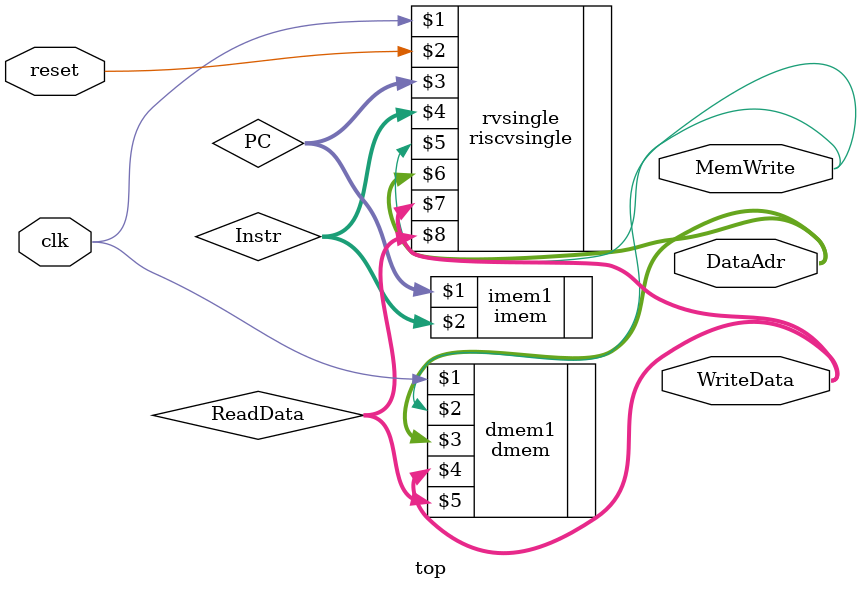
<source format=v>
module top(input wire clk, reset,
 output reg [31:0] WriteData, DataAdr,
 output reg MemWrite);
 reg [31:0] PC, Instr, ReadData;
 // instantiate processor and memories
 riscvsingle rvsingle(clk, reset, PC, Instr, MemWrite,
DataAdr, WriteData, ReadData);
 imem imem1(PC, Instr);
 dmem dmem1(clk, MemWrite, DataAdr, WriteData, ReadData);
endmodule

</source>
